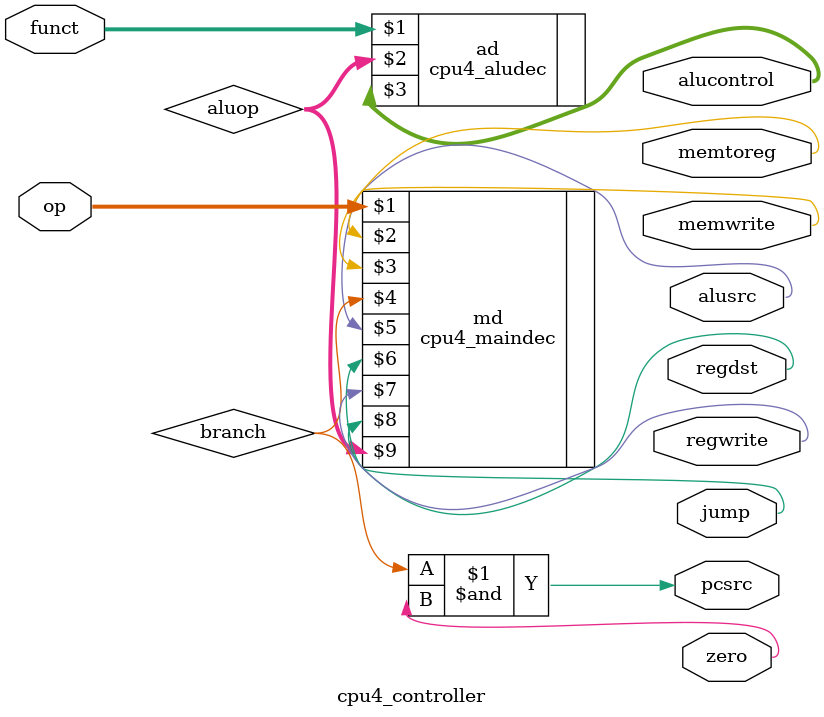
<source format=v>
`include "defines.v"

module cpu4_controller (
    input [5:0] op,
    input [5:0] funct,
    output zero,
    output memtoreg,
    output memwrite,
    output pcsrc,
    output alusrc,
    output regdst,
    output regwrite,
    output jump,
    output [2:0] alucontrol
);

    wire [1:0] aluop;
    wire branch;

    cpu4_maindec md(op, memtoreg, memwrite, branch,
                    alusrc, regdst, regwrite, jump,
                    aluop);

    cpu4_aludec ad(funct, aluop, alucontrol);
    
    assign pcsrc = branch & zero;
endmodule
</source>
